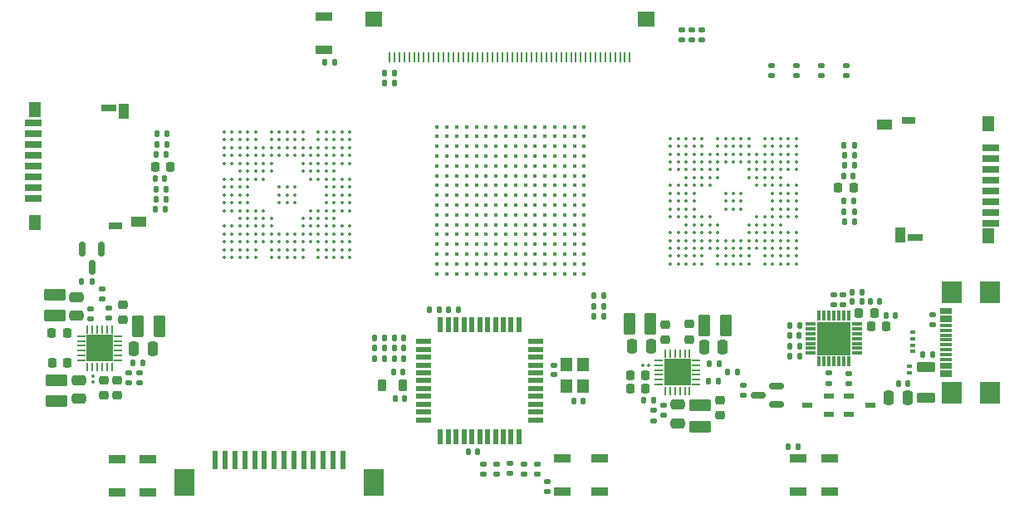
<source format=gbr>
%TF.GenerationSoftware,KiCad,Pcbnew,8.0.1*%
%TF.CreationDate,2025-01-10T22:18:19+05:00*%
%TF.ProjectId,BENE_DOUBLE_V1,42454e45-5f44-44f5-9542-4c455f56312e,rev?*%
%TF.SameCoordinates,Original*%
%TF.FileFunction,Paste,Top*%
%TF.FilePolarity,Positive*%
%FSLAX46Y46*%
G04 Gerber Fmt 4.6, Leading zero omitted, Abs format (unit mm)*
G04 Created by KiCad (PCBNEW 8.0.1) date 2025-01-10 22:18:19*
%MOMM*%
%LPD*%
G01*
G04 APERTURE LIST*
G04 Aperture macros list*
%AMRoundRect*
0 Rectangle with rounded corners*
0 $1 Rounding radius*
0 $2 $3 $4 $5 $6 $7 $8 $9 X,Y pos of 4 corners*
0 Add a 4 corners polygon primitive as box body*
4,1,4,$2,$3,$4,$5,$6,$7,$8,$9,$2,$3,0*
0 Add four circle primitives for the rounded corners*
1,1,$1+$1,$2,$3*
1,1,$1+$1,$4,$5*
1,1,$1+$1,$6,$7*
1,1,$1+$1,$8,$9*
0 Add four rect primitives between the rounded corners*
20,1,$1+$1,$2,$3,$4,$5,0*
20,1,$1+$1,$4,$5,$6,$7,0*
20,1,$1+$1,$6,$7,$8,$9,0*
20,1,$1+$1,$8,$9,$2,$3,0*%
G04 Aperture macros list end*
%ADD10C,0.000000*%
%ADD11R,1.000000X0.300000*%
%ADD12R,0.300000X1.000000*%
%ADD13R,3.350000X3.350000*%
%ADD14RoundRect,0.135000X0.185000X-0.135000X0.185000X0.135000X-0.185000X0.135000X-0.185000X-0.135000X0*%
%ADD15RoundRect,0.135000X0.135000X0.185000X-0.135000X0.185000X-0.135000X-0.185000X0.135000X-0.185000X0*%
%ADD16RoundRect,0.067500X0.067500X-0.067500X0.067500X0.067500X-0.067500X0.067500X-0.067500X-0.067500X0*%
%ADD17RoundRect,0.140000X0.140000X0.170000X-0.140000X0.170000X-0.140000X-0.170000X0.140000X-0.170000X0*%
%ADD18RoundRect,0.135000X-0.135000X-0.185000X0.135000X-0.185000X0.135000X0.185000X-0.135000X0.185000X0*%
%ADD19R,1.150000X0.300000*%
%ADD20R,2.000000X2.180000*%
%ADD21RoundRect,0.147500X0.147500X0.172500X-0.147500X0.172500X-0.147500X-0.172500X0.147500X-0.172500X0*%
%ADD22RoundRect,0.250000X0.250000X0.475000X-0.250000X0.475000X-0.250000X-0.475000X0.250000X-0.475000X0*%
%ADD23RoundRect,0.135000X-0.185000X0.135000X-0.185000X-0.135000X0.185000X-0.135000X0.185000X0.135000X0*%
%ADD24R,0.812800X0.254000*%
%ADD25R,0.254000X0.812800*%
%ADD26R,2.768600X2.768600*%
%ADD27RoundRect,0.250000X-0.850000X0.375000X-0.850000X-0.375000X0.850000X-0.375000X0.850000X0.375000X0*%
%ADD28C,0.450000*%
%ADD29RoundRect,0.225000X0.225000X0.250000X-0.225000X0.250000X-0.225000X-0.250000X0.225000X-0.250000X0*%
%ADD30R,1.700000X0.900000*%
%ADD31RoundRect,0.250000X-0.375000X-0.850000X0.375000X-0.850000X0.375000X0.850000X-0.375000X0.850000X0*%
%ADD32RoundRect,0.140000X-0.140000X-0.170000X0.140000X-0.170000X0.140000X0.170000X-0.140000X0.170000X0*%
%ADD33RoundRect,0.067500X-0.067500X-0.067500X0.067500X-0.067500X0.067500X0.067500X-0.067500X0.067500X0*%
%ADD34RoundRect,0.147500X-0.147500X-0.172500X0.147500X-0.172500X0.147500X0.172500X-0.147500X0.172500X0*%
%ADD35RoundRect,0.250000X0.850000X-0.375000X0.850000X0.375000X-0.850000X0.375000X-0.850000X-0.375000X0*%
%ADD36RoundRect,0.150000X0.587500X0.150000X-0.587500X0.150000X-0.587500X-0.150000X0.587500X-0.150000X0*%
%ADD37RoundRect,0.225000X-0.250000X0.225000X-0.250000X-0.225000X0.250000X-0.225000X0.250000X0.225000X0*%
%ADD38RoundRect,0.250000X-0.475000X0.250000X-0.475000X-0.250000X0.475000X-0.250000X0.475000X0.250000X0*%
%ADD39RoundRect,0.225000X-0.225000X-0.250000X0.225000X-0.250000X0.225000X0.250000X-0.225000X0.250000X0*%
%ADD40C,0.355600*%
%ADD41RoundRect,0.250000X-0.700000X0.275000X-0.700000X-0.275000X0.700000X-0.275000X0.700000X0.275000X0*%
%ADD42R,0.600000X1.900000*%
%ADD43R,2.100000X2.800000*%
%ADD44RoundRect,0.225000X0.250000X-0.225000X0.250000X0.225000X-0.250000X0.225000X-0.250000X-0.225000X0*%
%ADD45R,1.200000X1.400000*%
%ADD46R,1.750000X0.700000*%
%ADD47R,1.300000X1.500000*%
%ADD48R,1.500000X0.800000*%
%ADD49R,1.400000X0.800000*%
%ADD50R,1.000000X1.550000*%
%ADD51R,1.550000X1.000000*%
%ADD52R,0.600000X0.350000*%
%ADD53RoundRect,0.250000X0.475000X-0.250000X0.475000X0.250000X-0.475000X0.250000X-0.475000X-0.250000X0*%
%ADD54R,1.500000X0.550000*%
%ADD55R,0.550000X1.500000*%
%ADD56R,1.100000X0.600000*%
%ADD57R,0.250000X1.100000*%
%ADD58R,1.700000X1.500000*%
%ADD59RoundRect,0.250000X-0.250000X-0.475000X0.250000X-0.475000X0.250000X0.475000X-0.250000X0.475000X0*%
%ADD60RoundRect,0.250000X0.375000X0.850000X-0.375000X0.850000X-0.375000X-0.850000X0.375000X-0.850000X0*%
%ADD61RoundRect,0.218750X0.218750X0.381250X-0.218750X0.381250X-0.218750X-0.381250X0.218750X-0.381250X0*%
%ADD62RoundRect,0.150000X-0.150000X0.587500X-0.150000X-0.587500X0.150000X-0.587500X0.150000X0.587500X0*%
%ADD63RoundRect,0.140000X-0.170000X0.140000X-0.170000X-0.140000X0.170000X-0.140000X0.170000X0.140000X0*%
G04 APERTURE END LIST*
D10*
%TO.C,U5*%
G36*
X120750000Y-119007700D02*
G01*
X119565700Y-119007700D01*
X119565700Y-117823400D01*
X120750000Y-117823400D01*
X120750000Y-119007700D01*
G37*
G36*
X120750000Y-120392000D02*
G01*
X119565700Y-120392000D01*
X119565700Y-119207700D01*
X120750000Y-119207700D01*
X120750000Y-120392000D01*
G37*
G36*
X122134300Y-119007700D02*
G01*
X120950000Y-119007700D01*
X120950000Y-117823400D01*
X122134300Y-117823400D01*
X122134300Y-119007700D01*
G37*
G36*
X122134300Y-120392000D02*
G01*
X120950000Y-120392000D01*
X120950000Y-119207700D01*
X122134300Y-119207700D01*
X122134300Y-120392000D01*
G37*
%TO.C,U3*%
G36*
X61850000Y-116542300D02*
G01*
X60665700Y-116542300D01*
X60665700Y-115358000D01*
X61850000Y-115358000D01*
X61850000Y-116542300D01*
G37*
G36*
X61850000Y-117926600D02*
G01*
X60665700Y-117926600D01*
X60665700Y-116742300D01*
X61850000Y-116742300D01*
X61850000Y-117926600D01*
G37*
G36*
X63234300Y-116542300D02*
G01*
X62050000Y-116542300D01*
X62050000Y-115358000D01*
X63234300Y-115358000D01*
X63234300Y-116542300D01*
G37*
G36*
X63234300Y-117926600D02*
G01*
X62050000Y-117926600D01*
X62050000Y-116742300D01*
X63234300Y-116742300D01*
X63234300Y-117926600D01*
G37*
%TD*%
D11*
%TO.C,IC1*%
X139150000Y-117150000D03*
X139150000Y-116650000D03*
X139150000Y-116150000D03*
X139150000Y-115650000D03*
X139150000Y-115150000D03*
X139150000Y-114650000D03*
X139150000Y-114150000D03*
D12*
X138300000Y-113300000D03*
X137800000Y-113300000D03*
X137300000Y-113300000D03*
X136800000Y-113300000D03*
X136300000Y-113300000D03*
X135800000Y-113300000D03*
X135300000Y-113300000D03*
D11*
X134450000Y-114150000D03*
X134450000Y-114650000D03*
X134450000Y-115150000D03*
X134450000Y-115650000D03*
X134450000Y-116150000D03*
X134450000Y-116650000D03*
X134450000Y-117150000D03*
D12*
X135300000Y-118000000D03*
X135800000Y-118000000D03*
X136300000Y-118000000D03*
X136800000Y-118000000D03*
X137300000Y-118000000D03*
X137800000Y-118000000D03*
X138300000Y-118000000D03*
D13*
X136800000Y-115650000D03*
%TD*%
D14*
%TO.C,R24*%
X103800000Y-129410000D03*
X103800000Y-128390000D03*
%TD*%
%TO.C,R22*%
X101050000Y-129460000D03*
X101050000Y-128440000D03*
%TD*%
D15*
%TO.C,R49*%
X68760000Y-96900000D03*
X67740000Y-96900000D03*
%TD*%
D16*
%TO.C,C13*%
X61250000Y-120075000D03*
X61250000Y-119525000D03*
%TD*%
D17*
%TO.C,C53*%
X138780000Y-99075000D03*
X137820000Y-99075000D03*
%TD*%
D18*
%TO.C,R8*%
X137860000Y-103775000D03*
X138880000Y-103775000D03*
%TD*%
D19*
%TO.C,J1*%
X148208500Y-119400000D03*
X148208500Y-118600000D03*
X148208500Y-117300000D03*
X148208500Y-116300000D03*
X148208500Y-115800000D03*
X148208500Y-114800000D03*
X148208500Y-113500000D03*
X148208500Y-112700000D03*
X148208500Y-113000000D03*
X148208500Y-113800000D03*
X148208500Y-114300000D03*
X148208500Y-115300000D03*
X148208500Y-116800000D03*
X148208500Y-117800000D03*
X148208500Y-118300000D03*
X148208500Y-119100000D03*
D20*
X152713500Y-121160000D03*
X152713500Y-110940000D03*
X148783500Y-121160000D03*
X148783500Y-110940000D03*
%TD*%
D15*
%TO.C,R29*%
X91010000Y-115600000D03*
X89990000Y-115600000D03*
%TD*%
%TO.C,R14*%
X125060000Y-120000000D03*
X124040000Y-120000000D03*
%TD*%
D18*
%TO.C,R11*%
X137850000Y-95925000D03*
X138870000Y-95925000D03*
%TD*%
D14*
%TO.C,R53*%
X138060000Y-88820000D03*
X138060000Y-87800000D03*
%TD*%
D21*
%TO.C,D5*%
X133310000Y-116400000D03*
X132340000Y-116400000D03*
%TD*%
D15*
%TO.C,R27*%
X90960000Y-117700000D03*
X89940000Y-117700000D03*
%TD*%
%TO.C,R44*%
X68710000Y-101450000D03*
X67690000Y-101450000D03*
%TD*%
D22*
%TO.C,C151*%
X144300000Y-121700000D03*
X142400000Y-121700000D03*
%TD*%
D15*
%TO.C,R13*%
X125110000Y-118200000D03*
X124090000Y-118200000D03*
%TD*%
D22*
%TO.C,C7*%
X118150000Y-116450000D03*
X116250000Y-116450000D03*
%TD*%
D23*
%TO.C,R17*%
X61050000Y-112590000D03*
X61050000Y-113610000D03*
%TD*%
D24*
%TO.C,U5*%
X122742300Y-120357700D03*
X122742300Y-119857701D03*
X122742300Y-119357700D03*
X122742300Y-118857700D03*
X122742300Y-118357699D03*
X122742300Y-117857700D03*
D25*
X122100000Y-117215400D03*
X121600001Y-117215400D03*
X121100000Y-117215400D03*
X120600000Y-117215400D03*
X120099999Y-117215400D03*
X119600000Y-117215400D03*
D24*
X118957700Y-117857700D03*
X118957700Y-118357699D03*
X118957700Y-118857700D03*
X118957700Y-119357700D03*
X118957700Y-119857701D03*
X118957700Y-120357700D03*
D25*
X119600000Y-121000000D03*
X120099999Y-121000000D03*
X120600000Y-121000000D03*
X121100000Y-121000000D03*
X121600001Y-121000000D03*
X122100000Y-121000000D03*
D26*
X120850000Y-119107700D03*
%TD*%
D27*
%TO.C,L2*%
X123150000Y-122475000D03*
X123150000Y-124625000D03*
%TD*%
D17*
%TO.C,C60*%
X93030000Y-121750000D03*
X92070000Y-121750000D03*
%TD*%
D28*
%TO.C,IC7*%
X96350000Y-94050000D03*
X97350000Y-94050000D03*
X98350000Y-94050000D03*
X99350000Y-94050000D03*
X100350000Y-94050000D03*
X101350000Y-94050000D03*
X102350000Y-94050000D03*
X103350000Y-94050000D03*
X104350000Y-94050000D03*
X105350000Y-94050000D03*
X106350000Y-94050000D03*
X107350000Y-94050000D03*
X108350000Y-94050000D03*
X109350000Y-94050000D03*
X110350000Y-94050000D03*
X111350000Y-94050000D03*
X96350000Y-95050000D03*
X97350000Y-95050000D03*
X98350000Y-95050000D03*
X99350000Y-95050000D03*
X100350000Y-95050000D03*
X101350000Y-95050000D03*
X102350000Y-95050000D03*
X103350000Y-95050000D03*
X104350000Y-95050000D03*
X105350000Y-95050000D03*
X106350000Y-95050000D03*
X107350000Y-95050000D03*
X108350000Y-95050000D03*
X109350000Y-95050000D03*
X110350000Y-95050000D03*
X111350000Y-95050000D03*
X96350000Y-96050000D03*
X97350000Y-96050000D03*
X98350000Y-96050000D03*
X99350000Y-96050000D03*
X100350000Y-96050000D03*
X101350000Y-96050000D03*
X102350000Y-96050000D03*
X103350000Y-96050000D03*
X104350000Y-96050000D03*
X105350000Y-96050000D03*
X106350000Y-96050000D03*
X107350000Y-96050000D03*
X108350000Y-96050000D03*
X109350000Y-96050000D03*
X110350000Y-96050000D03*
X111350000Y-96050000D03*
X96350000Y-97050000D03*
X97350000Y-97050000D03*
X98350000Y-97050000D03*
X99350000Y-97050000D03*
X100350000Y-97050000D03*
X101350000Y-97050000D03*
X102350000Y-97050000D03*
X103350000Y-97050000D03*
X104350000Y-97050000D03*
X105350000Y-97050000D03*
X106350000Y-97050000D03*
X107350000Y-97050000D03*
X108350000Y-97050000D03*
X109350000Y-97050000D03*
X110350000Y-97050000D03*
X111350000Y-97050000D03*
X96350000Y-98050000D03*
X97350000Y-98050000D03*
X98350000Y-98050000D03*
X99350000Y-98050000D03*
X100350000Y-98050000D03*
X101350000Y-98050000D03*
X102350000Y-98050000D03*
X103350000Y-98050000D03*
X104350000Y-98050000D03*
X105350000Y-98050000D03*
X106350000Y-98050000D03*
X107350000Y-98050000D03*
X108350000Y-98050000D03*
X109350000Y-98050000D03*
X110350000Y-98050000D03*
X111350000Y-98050000D03*
X96350000Y-99050000D03*
X97350000Y-99050000D03*
X98350000Y-99050000D03*
X99350000Y-99050000D03*
X100350000Y-99050000D03*
X101350000Y-99050000D03*
X102350000Y-99050000D03*
X103350000Y-99050000D03*
X104350000Y-99050000D03*
X105350000Y-99050000D03*
X106350000Y-99050000D03*
X107350000Y-99050000D03*
X108350000Y-99050000D03*
X109350000Y-99050000D03*
X110350000Y-99050000D03*
X111350000Y-99050000D03*
X96350000Y-100050000D03*
X97350000Y-100050000D03*
X98350000Y-100050000D03*
X99350000Y-100050000D03*
X100350000Y-100050000D03*
X101350000Y-100050000D03*
X102350000Y-100050000D03*
X103350000Y-100050000D03*
X104350000Y-100050000D03*
X105350000Y-100050000D03*
X106350000Y-100050000D03*
X107350000Y-100050000D03*
X108350000Y-100050000D03*
X109350000Y-100050000D03*
X110350000Y-100050000D03*
X111350000Y-100050000D03*
X96350000Y-101050000D03*
X97350000Y-101050000D03*
X98350000Y-101050000D03*
X99350000Y-101050000D03*
X100350000Y-101050000D03*
X101350000Y-101050000D03*
X102350000Y-101050000D03*
X103350000Y-101050000D03*
X104350000Y-101050000D03*
X105350000Y-101050000D03*
X106350000Y-101050000D03*
X107350000Y-101050000D03*
X108350000Y-101050000D03*
X109350000Y-101050000D03*
X110350000Y-101050000D03*
X111350000Y-101050000D03*
X96350000Y-102050000D03*
X97350000Y-102050000D03*
X98350000Y-102050000D03*
X99350000Y-102050000D03*
X100350000Y-102050000D03*
X101350000Y-102050000D03*
X102350000Y-102050000D03*
X103350000Y-102050000D03*
X104350000Y-102050000D03*
X105350000Y-102050000D03*
X106350000Y-102050000D03*
X107350000Y-102050000D03*
X108350000Y-102050000D03*
X109350000Y-102050000D03*
X110350000Y-102050000D03*
X111350000Y-102050000D03*
X96350000Y-103050000D03*
X97350000Y-103050000D03*
X98350000Y-103050000D03*
X99350000Y-103050000D03*
X100350000Y-103050000D03*
X101350000Y-103050000D03*
X102350000Y-103050000D03*
X103350000Y-103050000D03*
X104350000Y-103050000D03*
X105350000Y-103050000D03*
X106350000Y-103050000D03*
X107350000Y-103050000D03*
X108350000Y-103050000D03*
X109350000Y-103050000D03*
X110350000Y-103050000D03*
X111350000Y-103050000D03*
X96350000Y-104050000D03*
X97350000Y-104050000D03*
X98350000Y-104050000D03*
X99350000Y-104050000D03*
X100350000Y-104050000D03*
X101350000Y-104050000D03*
X102350000Y-104050000D03*
X103350000Y-104050000D03*
X104350000Y-104050000D03*
X105350000Y-104050000D03*
X106350000Y-104050000D03*
X107350000Y-104050000D03*
X108350000Y-104050000D03*
X109350000Y-104050000D03*
X110350000Y-104050000D03*
X111350000Y-104050000D03*
X96350000Y-105050000D03*
X97350000Y-105050000D03*
X98350000Y-105050000D03*
X99350000Y-105050000D03*
X100350000Y-105050000D03*
X101350000Y-105050000D03*
X102350000Y-105050000D03*
X103350000Y-105050000D03*
X104350000Y-105050000D03*
X105350000Y-105050000D03*
X106350000Y-105050000D03*
X107350000Y-105050000D03*
X108350000Y-105050000D03*
X109350000Y-105050000D03*
X110350000Y-105050000D03*
X111350000Y-105050000D03*
X96350000Y-106050000D03*
X97350000Y-106050000D03*
X98350000Y-106050000D03*
X99350000Y-106050000D03*
X100350000Y-106050000D03*
X101350000Y-106050000D03*
X102350000Y-106050000D03*
X103350000Y-106050000D03*
X104350000Y-106050000D03*
X105350000Y-106050000D03*
X106350000Y-106050000D03*
X107350000Y-106050000D03*
X108350000Y-106050000D03*
X109350000Y-106050000D03*
X110350000Y-106050000D03*
X111350000Y-106050000D03*
X96350000Y-107050000D03*
X97350000Y-107050000D03*
X98350000Y-107050000D03*
X99350000Y-107050000D03*
X100350000Y-107050000D03*
X101350000Y-107050000D03*
X102350000Y-107050000D03*
X103350000Y-107050000D03*
X104350000Y-107050000D03*
X105350000Y-107050000D03*
X106350000Y-107050000D03*
X107350000Y-107050000D03*
X108350000Y-107050000D03*
X109350000Y-107050000D03*
X110350000Y-107050000D03*
X111350000Y-107050000D03*
X96350000Y-108050000D03*
X97350000Y-108050000D03*
X98350000Y-108050000D03*
X99350000Y-108050000D03*
X100350000Y-108050000D03*
X101350000Y-108050000D03*
X102350000Y-108050000D03*
X103350000Y-108050000D03*
X104350000Y-108050000D03*
X105350000Y-108050000D03*
X106350000Y-108050000D03*
X107350000Y-108050000D03*
X108350000Y-108050000D03*
X109350000Y-108050000D03*
X110350000Y-108050000D03*
X111350000Y-108050000D03*
X96350000Y-109050000D03*
X97350000Y-109050000D03*
X98350000Y-109050000D03*
X99350000Y-109050000D03*
X100350000Y-109050000D03*
X101350000Y-109050000D03*
X102350000Y-109050000D03*
X103350000Y-109050000D03*
X104350000Y-109050000D03*
X105350000Y-109050000D03*
X106350000Y-109050000D03*
X107350000Y-109050000D03*
X108350000Y-109050000D03*
X109350000Y-109050000D03*
X110350000Y-109050000D03*
X111350000Y-109050000D03*
%TD*%
D14*
%TO.C,R25*%
X105200000Y-129460000D03*
X105200000Y-128440000D03*
%TD*%
D29*
%TO.C,C4*%
X117575000Y-119400000D03*
X116025000Y-119400000D03*
%TD*%
D18*
%TO.C,R1*%
X117440000Y-121950000D03*
X118460000Y-121950000D03*
%TD*%
D14*
%TO.C,R23*%
X102450000Y-129460000D03*
X102450000Y-128440000D03*
%TD*%
D30*
%TO.C,SW4*%
X109150000Y-127850000D03*
X109150000Y-131250000D03*
%TD*%
D31*
%TO.C,L6*%
X65875000Y-114450000D03*
X68025000Y-114450000D03*
%TD*%
D18*
%TO.C,R66*%
X112332500Y-111300000D03*
X113352500Y-111300000D03*
%TD*%
D23*
%TO.C,R2*%
X118400000Y-123000000D03*
X118400000Y-124020000D03*
%TD*%
D15*
%TO.C,R43*%
X68660000Y-102500000D03*
X67640000Y-102500000D03*
%TD*%
D32*
%TO.C,C117*%
X140520000Y-111850000D03*
X141480000Y-111850000D03*
%TD*%
D33*
%TO.C,C54*%
X117325000Y-118350000D03*
X117875000Y-118350000D03*
%TD*%
D17*
%TO.C,C56*%
X92850000Y-119050000D03*
X91890000Y-119050000D03*
%TD*%
D34*
%TO.C,D2*%
X91965000Y-116650000D03*
X92935000Y-116650000D03*
%TD*%
D14*
%TO.C,R61*%
X121300000Y-85210000D03*
X121300000Y-84190000D03*
%TD*%
D15*
%TO.C,R45*%
X68710000Y-100400000D03*
X67690000Y-100400000D03*
%TD*%
D29*
%TO.C,C52*%
X138800000Y-100275000D03*
X137250000Y-100275000D03*
%TD*%
D35*
%TO.C,L4*%
X57350000Y-113325000D03*
X57350000Y-111175000D03*
%TD*%
D29*
%TO.C,C12*%
X58625000Y-115100000D03*
X57075000Y-115100000D03*
%TD*%
D30*
%TO.C,SW1*%
X136400000Y-127900000D03*
X136400000Y-131300000D03*
%TD*%
D18*
%TO.C,R21*%
X132130000Y-126650000D03*
X133150000Y-126650000D03*
%TD*%
D36*
%TO.C,Q1*%
X130942500Y-122365000D03*
X130942500Y-120465000D03*
X129067500Y-121415000D03*
%TD*%
D23*
%TO.C,R3*%
X127600000Y-120380000D03*
X127600000Y-121400000D03*
%TD*%
D14*
%TO.C,R54*%
X135560000Y-88810000D03*
X135560000Y-87790000D03*
%TD*%
D30*
%TO.C,SW2*%
X112900000Y-127900000D03*
X112900000Y-131300000D03*
%TD*%
%TO.C,SW6*%
X63700000Y-127950000D03*
X63700000Y-131350000D03*
%TD*%
D21*
%TO.C,D6*%
X133260000Y-115350000D03*
X132290000Y-115350000D03*
%TD*%
D18*
%TO.C,R7*%
X137810000Y-101625000D03*
X138830000Y-101625000D03*
%TD*%
D37*
%TO.C,C16*%
X62400000Y-119917300D03*
X62400000Y-121467300D03*
%TD*%
D38*
%TO.C,C5*%
X120900000Y-122400000D03*
X120900000Y-124300000D03*
%TD*%
D37*
%TO.C,C55*%
X63750000Y-119917300D03*
X63750000Y-121467300D03*
%TD*%
D15*
%TO.C,RD7*%
X133320000Y-117450000D03*
X132300000Y-117450000D03*
%TD*%
D30*
%TO.C,SW5*%
X66900000Y-127950000D03*
X66900000Y-131350000D03*
%TD*%
D39*
%TO.C,C114*%
X140575000Y-114450000D03*
X142125000Y-114450000D03*
%TD*%
D15*
%TO.C,R63*%
X98560000Y-112750000D03*
X97540000Y-112750000D03*
%TD*%
D31*
%TO.C,L1*%
X123625000Y-114300000D03*
X125775000Y-114300000D03*
%TD*%
D40*
%TO.C,U4*%
X132949999Y-95250001D03*
X132949999Y-96050001D03*
X132949999Y-96850000D03*
X132949999Y-97650000D03*
X132949999Y-98450000D03*
X132949999Y-100050000D03*
X132949999Y-100850000D03*
X132949999Y-101650000D03*
X132949999Y-102450000D03*
X132949999Y-103250000D03*
X132949999Y-104850000D03*
X132949999Y-105649999D03*
X132949999Y-106449999D03*
X132949999Y-107249999D03*
X132949999Y-108049999D03*
X132149999Y-95250001D03*
X132149999Y-96050001D03*
X132149999Y-96850000D03*
X132149999Y-97650000D03*
X132149999Y-98450000D03*
X132149999Y-100050000D03*
X132149999Y-100850000D03*
X132149999Y-101650000D03*
X132149999Y-102450000D03*
X132149999Y-103250000D03*
X132149999Y-104850000D03*
X132149999Y-105649999D03*
X132149999Y-106449999D03*
X132149999Y-107249999D03*
X132149999Y-108049999D03*
X131350000Y-95250001D03*
X131350000Y-96050001D03*
X131350000Y-96850000D03*
X131350000Y-97650000D03*
X131350000Y-98450000D03*
X131350000Y-99250000D03*
X131350000Y-100050000D03*
X131350000Y-100850000D03*
X131350000Y-101650000D03*
X131350000Y-102450000D03*
X131350000Y-103250000D03*
X131350000Y-104050000D03*
X131350000Y-104850000D03*
X131350000Y-105649999D03*
X131350000Y-106449999D03*
X131350000Y-107249999D03*
X131350000Y-108049999D03*
X130550000Y-95250001D03*
X130550000Y-96050001D03*
X130550000Y-96850000D03*
X130550000Y-97650000D03*
X130550000Y-98450000D03*
X130550000Y-99250000D03*
X130550000Y-100050000D03*
X130550000Y-100850000D03*
X130550000Y-101650000D03*
X130550000Y-102450000D03*
X130550000Y-103250000D03*
X130550000Y-104050000D03*
X130550000Y-104850000D03*
X130550000Y-105649999D03*
X130550000Y-106449999D03*
X130550000Y-107249999D03*
X130550000Y-108049999D03*
X129750000Y-95250001D03*
X129750000Y-96050001D03*
X129750000Y-96850000D03*
X129750000Y-97650000D03*
X129750000Y-98450000D03*
X129750000Y-99250000D03*
X129750000Y-100050000D03*
X129750000Y-103250000D03*
X129750000Y-104050000D03*
X129750000Y-104850000D03*
X129750000Y-105649999D03*
X129750000Y-106449999D03*
X129750000Y-107249999D03*
X129750000Y-108049999D03*
X128950000Y-96850000D03*
X128950000Y-97650000D03*
X128950000Y-98450000D03*
X128950000Y-99250000D03*
X128950000Y-100050000D03*
X128950000Y-103250000D03*
X128950000Y-104050000D03*
X128950000Y-104850000D03*
X128950000Y-105649999D03*
X128950000Y-106449999D03*
X128150000Y-95250001D03*
X128150000Y-96050001D03*
X128150000Y-96850000D03*
X128150000Y-97650000D03*
X128150000Y-98450000D03*
X128150000Y-99250000D03*
X128150000Y-104050000D03*
X128150000Y-104850000D03*
X128150000Y-105649999D03*
X128150000Y-106449999D03*
X128150000Y-107249999D03*
X128150000Y-108049999D03*
X127350000Y-95250001D03*
X127350000Y-96050001D03*
X127350000Y-96850000D03*
X127350000Y-97650000D03*
X127350000Y-100850000D03*
X127350000Y-101650000D03*
X127350000Y-102450000D03*
X127350000Y-105649999D03*
X127350000Y-106449999D03*
X127350000Y-107249999D03*
X127350000Y-108049999D03*
X126550000Y-95250001D03*
X126550000Y-96050001D03*
X126550000Y-96850000D03*
X126550000Y-97650000D03*
X126550000Y-100850000D03*
X126550000Y-101650000D03*
X126550000Y-102450000D03*
X126550000Y-105649999D03*
X126550000Y-106449999D03*
X126550000Y-107249999D03*
X126550000Y-108049999D03*
X125750000Y-95250001D03*
X125750000Y-96050001D03*
X125750000Y-96850000D03*
X125750000Y-97650000D03*
X125750000Y-100850000D03*
X125750000Y-101650000D03*
X125750000Y-102450000D03*
X125750000Y-105649999D03*
X125750000Y-106449999D03*
X125750000Y-107249999D03*
X125750000Y-108049999D03*
X124950000Y-95250001D03*
X124950000Y-96050001D03*
X124950000Y-96850000D03*
X124950000Y-97650000D03*
X124950000Y-98450000D03*
X124950000Y-99250000D03*
X124950000Y-104050000D03*
X124950000Y-104850000D03*
X124950000Y-105649999D03*
X124950000Y-106449999D03*
X124950000Y-107249999D03*
X124950000Y-108049999D03*
X124150000Y-96850000D03*
X124150000Y-97650000D03*
X124150000Y-98450000D03*
X124150000Y-99250000D03*
X124150000Y-100050000D03*
X124150000Y-103250000D03*
X124150000Y-104050000D03*
X124150000Y-104850000D03*
X124150000Y-105649999D03*
X124150000Y-106449999D03*
X123350000Y-95250001D03*
X123350000Y-96050001D03*
X123350000Y-96850000D03*
X123350000Y-97650000D03*
X123350000Y-98450000D03*
X123350000Y-99250000D03*
X123350000Y-100050000D03*
X123350000Y-103250000D03*
X123350000Y-104050000D03*
X123350000Y-104850000D03*
X123350000Y-105649999D03*
X123350000Y-106449999D03*
X123350000Y-107249999D03*
X123350000Y-108049999D03*
X122550001Y-95250001D03*
X122550001Y-96050001D03*
X122550001Y-96850000D03*
X122550001Y-97650000D03*
X122550001Y-98450000D03*
X122550001Y-99250000D03*
X122550001Y-100050000D03*
X122550001Y-100850000D03*
X122550001Y-101650000D03*
X122550001Y-102450000D03*
X122550001Y-103250000D03*
X122550001Y-104050000D03*
X122550001Y-104850000D03*
X122550001Y-105649999D03*
X122550001Y-106449999D03*
X122550001Y-107249999D03*
X122550001Y-108049999D03*
X121750001Y-95250001D03*
X121750001Y-96050001D03*
X121750001Y-96850000D03*
X121750001Y-97650000D03*
X121750001Y-98450000D03*
X121750001Y-99250000D03*
X121750001Y-100050000D03*
X121750001Y-100850000D03*
X121750001Y-101650000D03*
X121750001Y-102450000D03*
X121750001Y-103250000D03*
X121750001Y-104050000D03*
X121750001Y-104850000D03*
X121750001Y-105649999D03*
X121750001Y-106449999D03*
X121750001Y-107249999D03*
X121750001Y-108049999D03*
X120950001Y-95250001D03*
X120950001Y-96050001D03*
X120950001Y-96850000D03*
X120950001Y-97650000D03*
X120950001Y-98450000D03*
X120950001Y-100050000D03*
X120950001Y-100850000D03*
X120950001Y-101650000D03*
X120950001Y-102450000D03*
X120950001Y-103250000D03*
X120950001Y-104850000D03*
X120950001Y-105649999D03*
X120950001Y-106449999D03*
X120950001Y-107249999D03*
X120950001Y-108049999D03*
X120150001Y-95250001D03*
X120150001Y-96050001D03*
X120150001Y-96850000D03*
X120150001Y-97650000D03*
X120150001Y-98450000D03*
X120150001Y-100050000D03*
X120150001Y-100850000D03*
X120150001Y-101650000D03*
X120150001Y-102450000D03*
X120150001Y-103250000D03*
X120150001Y-104850000D03*
X120150001Y-105649999D03*
X120150001Y-106449999D03*
X120150001Y-107249999D03*
X120150001Y-108049999D03*
%TD*%
D29*
%TO.C,C8*%
X117575000Y-120750000D03*
X116025000Y-120750000D03*
%TD*%
D41*
%TO.C,FB3*%
X146200000Y-118575000D03*
X146200000Y-121725000D03*
%TD*%
D18*
%TO.C,R4*%
X60127500Y-109850000D03*
X61147500Y-109850000D03*
%TD*%
D42*
%TO.C,J5*%
X73750000Y-128000000D03*
X74750000Y-128000000D03*
X75750000Y-128000000D03*
X76750000Y-128000000D03*
X77750000Y-128000000D03*
X78750000Y-128000000D03*
X79750000Y-128000000D03*
X80750000Y-128000000D03*
X81750000Y-128000000D03*
X82750000Y-128000000D03*
X83750000Y-128000000D03*
X84750000Y-128000000D03*
X85750000Y-128000000D03*
X86750000Y-128000000D03*
D43*
X70600000Y-130352000D03*
X89900000Y-130352000D03*
%TD*%
D18*
%TO.C,RD12*%
X84890000Y-87450000D03*
X85910000Y-87450000D03*
%TD*%
D23*
%TO.C,RD4*%
X137750000Y-111190000D03*
X137750000Y-112210000D03*
%TD*%
D18*
%TO.C,R9*%
X137890000Y-98025000D03*
X138910000Y-98025000D03*
%TD*%
D44*
%TO.C,C3*%
X122100000Y-115725000D03*
X122100000Y-114175000D03*
%TD*%
D18*
%TO.C,R67*%
X112332500Y-113400000D03*
X113352500Y-113400000D03*
%TD*%
D25*
%TO.C,U3*%
X63200000Y-114750000D03*
X62700001Y-114750000D03*
X62200000Y-114750000D03*
X61700000Y-114750000D03*
X61199999Y-114750000D03*
X60700000Y-114750000D03*
D24*
X60057700Y-115392300D03*
X60057700Y-115892299D03*
X60057700Y-116392300D03*
X60057700Y-116892300D03*
X60057700Y-117392301D03*
X60057700Y-117892300D03*
D25*
X60700000Y-118534600D03*
X61199999Y-118534600D03*
X61700000Y-118534600D03*
X62200000Y-118534600D03*
X62700001Y-118534600D03*
X63200000Y-118534600D03*
D24*
X63842300Y-117892300D03*
X63842300Y-117392301D03*
X63842300Y-116892300D03*
X63842300Y-116392300D03*
X63842300Y-115892299D03*
X63842300Y-115392300D03*
D26*
X61950000Y-116642300D03*
%TD*%
D45*
%TO.C,Y1*%
X109550000Y-118330000D03*
X109550000Y-120530000D03*
X111250000Y-120530000D03*
X111250000Y-118330000D03*
%TD*%
D30*
%TO.C,SW7*%
X84800000Y-86250000D03*
X84800000Y-82850000D03*
%TD*%
D14*
%TO.C,RD9*%
X138350000Y-120260000D03*
X138350000Y-119240000D03*
%TD*%
D46*
%TO.C,J2*%
X55150000Y-101350000D03*
X55150000Y-100250000D03*
X55150000Y-99150000D03*
X55150000Y-98050000D03*
X55150000Y-96950000D03*
X55150000Y-95850000D03*
X55150000Y-94750000D03*
X55150000Y-93650000D03*
D47*
X55375000Y-92350000D03*
X55375000Y-103800000D03*
D48*
X62875000Y-92175000D03*
D49*
X63525000Y-104125000D03*
D50*
X64375000Y-92475000D03*
D51*
X65950000Y-103725000D03*
%TD*%
D52*
%TO.C,D8*%
X144500000Y-119125000D03*
X144500000Y-118475000D03*
%TD*%
D23*
%TO.C,R30*%
X107550000Y-130240000D03*
X107550000Y-131260000D03*
%TD*%
D15*
%TO.C,RD3*%
X139660000Y-111850000D03*
X138640000Y-111850000D03*
%TD*%
D14*
%TO.C,RD10*%
X136250000Y-120210000D03*
X136250000Y-119190000D03*
%TD*%
%TO.C,R60*%
X123350000Y-85230000D03*
X123350000Y-84210000D03*
%TD*%
D18*
%TO.C,R10*%
X137890000Y-96975000D03*
X138910000Y-96975000D03*
%TD*%
D32*
%TO.C,C115*%
X142120000Y-113300000D03*
X143080000Y-113300000D03*
%TD*%
D53*
%TO.C,C10*%
X59600000Y-113342300D03*
X59600000Y-111442300D03*
%TD*%
D14*
%TO.C,R26*%
X106550000Y-129510000D03*
X106550000Y-128490000D03*
%TD*%
D37*
%TO.C,C14*%
X64350000Y-112225000D03*
X64350000Y-113775000D03*
%TD*%
D18*
%TO.C,R18*%
X65300000Y-118142300D03*
X66320000Y-118142300D03*
%TD*%
D54*
%TO.C,U6*%
X106400000Y-123950000D03*
X106400000Y-123150000D03*
X106400000Y-122350000D03*
X106400000Y-121550000D03*
X106400000Y-120750000D03*
X106400000Y-119950000D03*
X106400000Y-119150000D03*
X106400000Y-118350000D03*
X106400000Y-117550000D03*
X106400000Y-116750000D03*
X106400000Y-115950000D03*
D55*
X104700000Y-114250000D03*
X103900000Y-114250000D03*
X103100000Y-114250000D03*
X102300000Y-114250000D03*
X101500000Y-114250000D03*
X100700000Y-114250000D03*
X99900000Y-114250000D03*
X99100000Y-114250000D03*
X98300000Y-114250000D03*
X97500000Y-114250000D03*
X96700000Y-114250000D03*
D54*
X95000000Y-115950000D03*
X95000000Y-116750000D03*
X95000000Y-117550000D03*
X95000000Y-118350000D03*
X95000000Y-119150000D03*
X95000000Y-119950000D03*
X95000000Y-120750000D03*
X95000000Y-121550000D03*
X95000000Y-122350000D03*
X95000000Y-123150000D03*
X95000000Y-123950000D03*
D55*
X96700000Y-125650000D03*
X97500000Y-125650000D03*
X98300000Y-125650000D03*
X99100000Y-125650000D03*
X99900000Y-125650000D03*
X100700000Y-125650000D03*
X101500000Y-125650000D03*
X102300000Y-125650000D03*
X103100000Y-125650000D03*
X103900000Y-125650000D03*
X104700000Y-125650000D03*
%TD*%
D14*
%TO.C,R19*%
X64950000Y-120152300D03*
X64950000Y-119132300D03*
%TD*%
D30*
%TO.C,SW3*%
X133140000Y-131300000D03*
X133140000Y-127900000D03*
%TD*%
D14*
%TO.C,R56*%
X130460000Y-88810000D03*
X130460000Y-87790000D03*
%TD*%
D15*
%TO.C,R51*%
X92000000Y-88550000D03*
X90980000Y-88550000D03*
%TD*%
%TO.C,R50*%
X68810000Y-94800000D03*
X67790000Y-94800000D03*
%TD*%
D21*
%TO.C,D10*%
X113317500Y-112350000D03*
X112347500Y-112350000D03*
%TD*%
D52*
%TO.C,D7*%
X144850000Y-115025000D03*
X144850000Y-115675000D03*
%TD*%
D23*
%TO.C,R6*%
X62200000Y-110590000D03*
X62200000Y-111610000D03*
%TD*%
D17*
%TO.C,C58*%
X111230000Y-122030000D03*
X110270000Y-122030000D03*
%TD*%
D56*
%TO.C,IC3*%
X138350000Y-121500000D03*
X138350000Y-123400000D03*
X140550000Y-122450000D03*
%TD*%
%TO.C,IC4*%
X136250000Y-123400000D03*
X136250000Y-121500000D03*
X134050000Y-122450000D03*
%TD*%
D15*
%TO.C,R28*%
X91010000Y-116650000D03*
X89990000Y-116650000D03*
%TD*%
D23*
%TO.C,R20*%
X66000000Y-119132300D03*
X66000000Y-120152300D03*
%TD*%
D38*
%TO.C,C9*%
X59800000Y-119900000D03*
X59800000Y-121800000D03*
%TD*%
D15*
%TO.C,R46*%
X68810000Y-95850000D03*
X67790000Y-95850000D03*
%TD*%
D32*
%TO.C,C76*%
X67620000Y-99325000D03*
X68580000Y-99325000D03*
%TD*%
D44*
%TO.C,C2*%
X119600000Y-115750000D03*
X119600000Y-114200000D03*
%TD*%
D34*
%TO.C,D1*%
X91982500Y-115600000D03*
X92952500Y-115600000D03*
%TD*%
D57*
%TO.C,J6*%
X116000000Y-87000000D03*
X115500000Y-87000000D03*
X115000000Y-87000000D03*
X114500000Y-87000000D03*
X114000000Y-87000000D03*
X113500000Y-87000000D03*
X113000000Y-87000000D03*
X112500000Y-87000000D03*
X112000000Y-87000000D03*
X111500000Y-87000000D03*
X111000000Y-87000000D03*
X110500000Y-87000000D03*
X110000000Y-87000000D03*
X109500000Y-87000000D03*
X109000000Y-87000000D03*
X108500000Y-87000000D03*
X108000000Y-87000000D03*
X107500000Y-87000000D03*
X107000000Y-87000000D03*
X106500000Y-87000000D03*
X106000000Y-87000000D03*
X105500000Y-87000000D03*
X105000000Y-87000000D03*
X104500000Y-87000000D03*
X104000000Y-87000000D03*
X103500000Y-87000000D03*
X103000000Y-87000000D03*
X102500000Y-87000000D03*
X102000000Y-87000000D03*
X101500000Y-87000000D03*
X101000000Y-87000000D03*
X100500000Y-87000000D03*
X100000000Y-87000000D03*
X99500000Y-87000000D03*
X99000000Y-87000000D03*
X98500000Y-87000000D03*
X98000000Y-87000000D03*
X97500000Y-87000000D03*
X97000000Y-87000000D03*
X96500000Y-87000000D03*
X96000000Y-87000000D03*
X95500000Y-87000000D03*
X95000000Y-87000000D03*
X94500000Y-87000000D03*
X94000000Y-87000000D03*
X93500000Y-87000000D03*
X93000000Y-87000000D03*
X92500000Y-87000000D03*
X92000000Y-87000000D03*
X91500000Y-87000000D03*
D58*
X117650000Y-83100000D03*
X89850000Y-83100000D03*
%TD*%
D52*
%TO.C,D4*%
X144850000Y-116975000D03*
X144850000Y-116325000D03*
%TD*%
D15*
%TO.C,R15*%
X127010000Y-119050000D03*
X125990000Y-119050000D03*
%TD*%
D23*
%TO.C,R5*%
X62850000Y-112540000D03*
X62850000Y-113560000D03*
%TD*%
D15*
%TO.C,RD8*%
X133310000Y-114300000D03*
X132290000Y-114300000D03*
%TD*%
D59*
%TO.C,C6*%
X123550000Y-116550000D03*
X125450000Y-116550000D03*
%TD*%
D34*
%TO.C,D3*%
X91965000Y-117700000D03*
X92935000Y-117700000D03*
%TD*%
D39*
%TO.C,C116*%
X139375000Y-113050000D03*
X140925000Y-113050000D03*
%TD*%
D14*
%TO.C,RD6*%
X146900000Y-114260000D03*
X146900000Y-113240000D03*
%TD*%
D18*
%TO.C,RD1*%
X145890000Y-117300000D03*
X146910000Y-117300000D03*
%TD*%
D14*
%TO.C,R55*%
X133010000Y-88820000D03*
X133010000Y-87800000D03*
%TD*%
D60*
%TO.C,L3*%
X118075000Y-114150000D03*
X115925000Y-114150000D03*
%TD*%
D61*
%TO.C,FB1*%
X92850000Y-120400000D03*
X90725000Y-120400000D03*
%TD*%
D62*
%TO.C,Q2*%
X62100000Y-106512500D03*
X60200000Y-106512500D03*
X61150000Y-108387500D03*
%TD*%
D59*
%TO.C,C15*%
X65450000Y-116692300D03*
X67350000Y-116692300D03*
%TD*%
D32*
%TO.C,C57*%
X99520000Y-127200000D03*
X100480000Y-127200000D03*
%TD*%
D23*
%TO.C,R16*%
X119450000Y-122440000D03*
X119450000Y-123460000D03*
%TD*%
D15*
%TO.C,R52*%
X92010000Y-89600000D03*
X90990000Y-89600000D03*
%TD*%
D29*
%TO.C,C11*%
X58675000Y-118150000D03*
X57125000Y-118150000D03*
%TD*%
D39*
%TO.C,C74*%
X67625000Y-98125000D03*
X69175000Y-98125000D03*
%TD*%
D18*
%TO.C,R62*%
X95580000Y-112750000D03*
X96600000Y-112750000D03*
%TD*%
D17*
%TO.C,C152*%
X144330000Y-120250000D03*
X143370000Y-120250000D03*
%TD*%
D44*
%TO.C,C1*%
X125200000Y-123475000D03*
X125200000Y-121925000D03*
%TD*%
D27*
%TO.C,L5*%
X57550000Y-119900000D03*
X57550000Y-122050000D03*
%TD*%
D18*
%TO.C,R12*%
X137850000Y-102725000D03*
X138870000Y-102725000D03*
%TD*%
D46*
%TO.C,J3*%
X152800000Y-96200000D03*
X152800000Y-97300000D03*
X152800000Y-98400000D03*
X152800000Y-99500000D03*
X152800000Y-100600000D03*
X152800000Y-101700000D03*
X152800000Y-102800000D03*
X152800000Y-103900000D03*
D47*
X152575000Y-105200000D03*
X152575000Y-93750000D03*
D48*
X145075000Y-105375000D03*
D49*
X144425000Y-93425000D03*
D50*
X143575000Y-105075000D03*
D51*
X142000000Y-93825000D03*
%TD*%
D14*
%TO.C,R59*%
X122350000Y-85210000D03*
X122350000Y-84190000D03*
%TD*%
D40*
%TO.C,U2*%
X74650001Y-107399999D03*
X74650001Y-106599999D03*
X74650001Y-105800000D03*
X74650001Y-105000000D03*
X74650001Y-104200000D03*
X74650001Y-102600000D03*
X74650001Y-101800000D03*
X74650001Y-101000000D03*
X74650001Y-100200000D03*
X74650001Y-99400000D03*
X74650001Y-97800000D03*
X74650001Y-97000001D03*
X74650001Y-96200001D03*
X74650001Y-95400001D03*
X74650001Y-94600001D03*
X75450001Y-107399999D03*
X75450001Y-106599999D03*
X75450001Y-105800000D03*
X75450001Y-105000000D03*
X75450001Y-104200000D03*
X75450001Y-102600000D03*
X75450001Y-101800000D03*
X75450001Y-101000000D03*
X75450001Y-100200000D03*
X75450001Y-99400000D03*
X75450001Y-97800000D03*
X75450001Y-97000001D03*
X75450001Y-96200001D03*
X75450001Y-95400001D03*
X75450001Y-94600001D03*
X76250000Y-107399999D03*
X76250000Y-106599999D03*
X76250000Y-105800000D03*
X76250000Y-105000000D03*
X76250000Y-104200000D03*
X76250000Y-103400000D03*
X76250000Y-102600000D03*
X76250000Y-101800000D03*
X76250000Y-101000000D03*
X76250000Y-100200000D03*
X76250000Y-99400000D03*
X76250000Y-98600000D03*
X76250000Y-97800000D03*
X76250000Y-97000001D03*
X76250000Y-96200001D03*
X76250000Y-95400001D03*
X76250000Y-94600001D03*
X77050000Y-107399999D03*
X77050000Y-106599999D03*
X77050000Y-105800000D03*
X77050000Y-105000000D03*
X77050000Y-104200000D03*
X77050000Y-103400000D03*
X77050000Y-102600000D03*
X77050000Y-101800000D03*
X77050000Y-101000000D03*
X77050000Y-100200000D03*
X77050000Y-99400000D03*
X77050000Y-98600000D03*
X77050000Y-97800000D03*
X77050000Y-97000001D03*
X77050000Y-96200001D03*
X77050000Y-95400001D03*
X77050000Y-94600001D03*
X77850000Y-107399999D03*
X77850000Y-106599999D03*
X77850000Y-105800000D03*
X77850000Y-105000000D03*
X77850000Y-104200000D03*
X77850000Y-103400000D03*
X77850000Y-102600000D03*
X77850000Y-99400000D03*
X77850000Y-98600000D03*
X77850000Y-97800000D03*
X77850000Y-97000001D03*
X77850000Y-96200001D03*
X77850000Y-95400001D03*
X77850000Y-94600001D03*
X78650000Y-105800000D03*
X78650000Y-105000000D03*
X78650000Y-104200000D03*
X78650000Y-103400000D03*
X78650000Y-102600000D03*
X78650000Y-99400000D03*
X78650000Y-98600000D03*
X78650000Y-97800000D03*
X78650000Y-97000001D03*
X78650000Y-96200001D03*
X79450000Y-107399999D03*
X79450000Y-106599999D03*
X79450000Y-105800000D03*
X79450000Y-105000000D03*
X79450000Y-104200000D03*
X79450000Y-103400000D03*
X79450000Y-98600000D03*
X79450000Y-97800000D03*
X79450000Y-97000001D03*
X79450000Y-96200001D03*
X79450000Y-95400001D03*
X79450000Y-94600001D03*
X80250000Y-107399999D03*
X80250000Y-106599999D03*
X80250000Y-105800000D03*
X80250000Y-105000000D03*
X80250000Y-101800000D03*
X80250000Y-101000000D03*
X80250000Y-100200000D03*
X80250000Y-97000001D03*
X80250000Y-96200001D03*
X80250000Y-95400001D03*
X80250000Y-94600001D03*
X81050000Y-107399999D03*
X81050000Y-106599999D03*
X81050000Y-105800000D03*
X81050000Y-105000000D03*
X81050000Y-101800000D03*
X81050000Y-101000000D03*
X81050000Y-100200000D03*
X81050000Y-97000001D03*
X81050000Y-96200001D03*
X81050000Y-95400001D03*
X81050000Y-94600001D03*
X81850000Y-107399999D03*
X81850000Y-106599999D03*
X81850000Y-105800000D03*
X81850000Y-105000000D03*
X81850000Y-101800000D03*
X81850000Y-101000000D03*
X81850000Y-100200000D03*
X81850000Y-97000001D03*
X81850000Y-96200001D03*
X81850000Y-95400001D03*
X81850000Y-94600001D03*
X82650000Y-107399999D03*
X82650000Y-106599999D03*
X82650000Y-105800000D03*
X82650000Y-105000000D03*
X82650000Y-104200000D03*
X82650000Y-103400000D03*
X82650000Y-98600000D03*
X82650000Y-97800000D03*
X82650000Y-97000001D03*
X82650000Y-96200001D03*
X82650000Y-95400001D03*
X82650000Y-94600001D03*
X83450000Y-105800000D03*
X83450000Y-105000000D03*
X83450000Y-104200000D03*
X83450000Y-103400000D03*
X83450000Y-102600000D03*
X83450000Y-99400000D03*
X83450000Y-98600000D03*
X83450000Y-97800000D03*
X83450000Y-97000001D03*
X83450000Y-96200001D03*
X84250000Y-107399999D03*
X84250000Y-106599999D03*
X84250000Y-105800000D03*
X84250000Y-105000000D03*
X84250000Y-104200000D03*
X84250000Y-103400000D03*
X84250000Y-102600000D03*
X84250000Y-99400000D03*
X84250000Y-98600000D03*
X84250000Y-97800000D03*
X84250000Y-97000001D03*
X84250000Y-96200001D03*
X84250000Y-95400001D03*
X84250000Y-94600001D03*
X85049999Y-107399999D03*
X85049999Y-106599999D03*
X85049999Y-105800000D03*
X85049999Y-105000000D03*
X85049999Y-104200000D03*
X85049999Y-103400000D03*
X85049999Y-102600000D03*
X85049999Y-101800000D03*
X85049999Y-101000000D03*
X85049999Y-100200000D03*
X85049999Y-99400000D03*
X85049999Y-98600000D03*
X85049999Y-97800000D03*
X85049999Y-97000001D03*
X85049999Y-96200001D03*
X85049999Y-95400001D03*
X85049999Y-94600001D03*
X85849999Y-107399999D03*
X85849999Y-106599999D03*
X85849999Y-105800000D03*
X85849999Y-105000000D03*
X85849999Y-104200000D03*
X85849999Y-103400000D03*
X85849999Y-102600000D03*
X85849999Y-101800000D03*
X85849999Y-101000000D03*
X85849999Y-100200000D03*
X85849999Y-99400000D03*
X85849999Y-98600000D03*
X85849999Y-97800000D03*
X85849999Y-97000001D03*
X85849999Y-96200001D03*
X85849999Y-95400001D03*
X85849999Y-94600001D03*
X86649999Y-107399999D03*
X86649999Y-106599999D03*
X86649999Y-105800000D03*
X86649999Y-105000000D03*
X86649999Y-104200000D03*
X86649999Y-102600000D03*
X86649999Y-101800000D03*
X86649999Y-101000000D03*
X86649999Y-100200000D03*
X86649999Y-99400000D03*
X86649999Y-97800000D03*
X86649999Y-97000001D03*
X86649999Y-96200001D03*
X86649999Y-95400001D03*
X86649999Y-94600001D03*
X87449999Y-107399999D03*
X87449999Y-106599999D03*
X87449999Y-105800000D03*
X87449999Y-105000000D03*
X87449999Y-104200000D03*
X87449999Y-102600000D03*
X87449999Y-101800000D03*
X87449999Y-101000000D03*
X87449999Y-100200000D03*
X87449999Y-99400000D03*
X87449999Y-97800000D03*
X87449999Y-97000001D03*
X87449999Y-96200001D03*
X87449999Y-95400001D03*
X87449999Y-94600001D03*
%TD*%
D23*
%TO.C,RD5*%
X136800000Y-111190000D03*
X136800000Y-112210000D03*
%TD*%
D15*
%TO.C,RD2*%
X139660000Y-110900000D03*
X138640000Y-110900000D03*
%TD*%
D63*
%TO.C,C59*%
X108230000Y-118350000D03*
X108230000Y-119310000D03*
%TD*%
M02*

</source>
